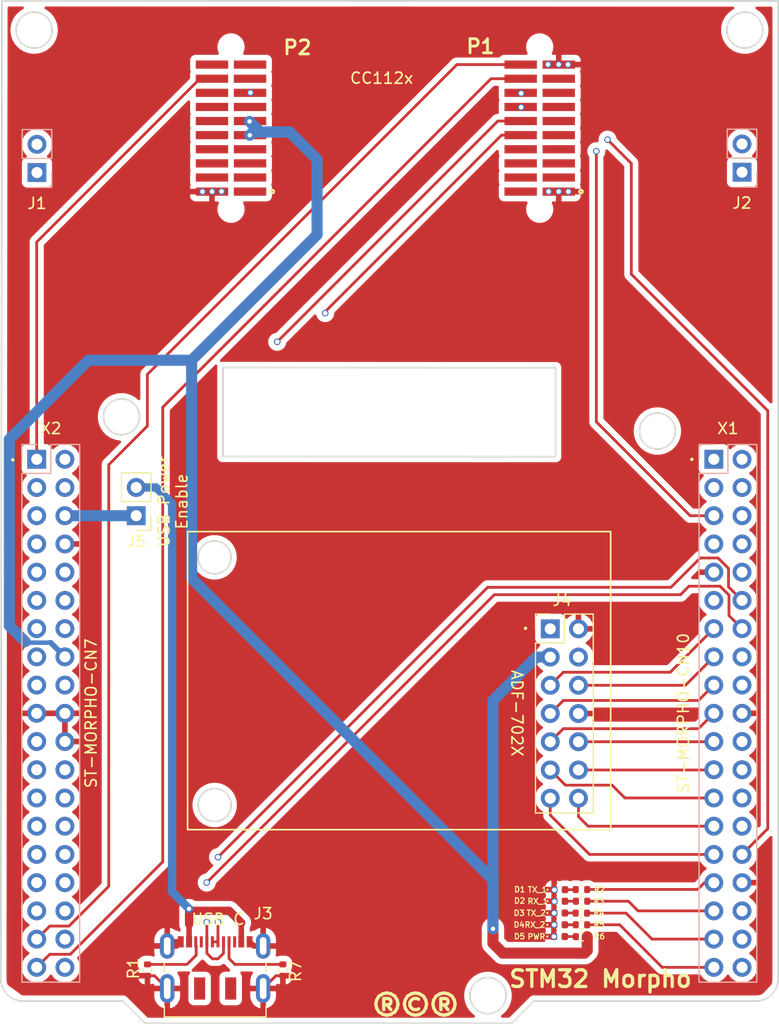
<source format=kicad_pcb>
(kicad_pcb (version 20211014) (generator pcbnew)
  (title_block (comment 4 "PCBWay Project ID: e58b5a26-b35a-4a73-9146-3853336c9c53"))
  (layers (0 "F.Cu" signal) (1 "In1.Cu" signal) (2 "In2.Cu" signal) (31 "B.Cu" signal) (34 "B.Paste" user) (35 "F.Paste" user) (36 "B.SilkS" user "B.Silkscreen") (37 "F.SilkS" user "F.Silkscreen") (38 "B.Mask" user) (39 "F.Mask" user) (44 "Edge.Cuts" user))
  (net 0 "")
  (net 1 "GND")
  (net 2 "Net-(D1-Pad2)")
  (net 3 "Net-(D2-Pad2)")
  (net 4 "Net-(D3-Pad2)")
  (net 5 "Net-(D4-Pad2)")
  (net 6 "Net-(D5-Pad2)")
  (net 11 "XTAL2")
  (net 12 "ADF_SWD")
  (net 13 "ADF_CMD_SCLK")
  (net 14 "ADF_CMD_SREAD")
  (net 15 "ADF_CMD_SDATA")
  (net 16 "ADF_CMD_SLE")
  (net 17 "ADF_MUXOUT")
  (net 18 "ADF_CE")
  (net 19 "NRST")
  (net 20 "ADF_TX_LED")
  (net 21 "ADF_RX_LED")
  (net 22 "TI_TX_LED")
  (net 23 "TI_RX_LED")
  (net 28 "TI_SPI_SCLK")
  (net 31 "ADF_SPI_MISO")
  (net 32 "ADF_SPI_MOSI")
  (net 33 "TI_SPI_CS")
  (net 36 "TI_GPIO_0")
  (net 37 "TI_GPIO_2")
  (net 38 "TI_GPIO_3")
  (net 55 "TI_RESET")
  (net 59 "ADF_SPI_CLK")
  (net 63 "TI_SPI_MISO")
  (net 65 "TI_SPI_MOSI")
  (net 67 "+3V3")
  (net 103 "Net-(J3-PadA4)")
  (net 104 "Net-(J3-PadA5)")
  (net 105 "USB_DP")
  (net 106 "USB_DM")
  (net 108 "Net-(J3-PadB5)")
  (net 110 "5VDC")
  (footprint "LED_SMD:LED_0402_1005Metric" (layer "F.Cu") (at 180.31 113.13)
    (fp_text reference "D4" (at -3.63 0) (layer "F.SilkS") (effects (font (size 0.5 0.5) (thickness 0.1))))
    (fp_text value "RX_2" (at -2.21 0) (layer "F.SilkS") (effects (font (size 0.5 0.5) (thickness 0.1))))
    (fp_circle (center -1.09 0) (end -1.04 0) (layer "F.SilkS") (width 0.1) (fill none))
    (pad "1" smd roundrect (at -0.485 0) (size 0.59 0.64) (layers "F.Cu" "F.Paste" "F.Mask") (net 1 "GND"))
    (pad "2" smd roundrect (at 0.485 0) (size 0.59 0.64) (layers "F.Cu" "F.Paste" "F.Mask") (net 5 "Net-(D4-Pad2)"))
  )
  (footprint "Resistor_SMD:R_0402_1005Metric" (layer "F.Cu") (at 182.29 109.96 180)
    (fp_text reference "R2" (at -1.63 0.01) (layer "F.SilkS") (effects (font (size 0.5 0.5) (thickness 0.1))))
    (fp_text value "22")
    (fp_line (start -0.153641 0.38) (end 0.153641 0.38) (layer "F.SilkS") (width 0.12))
    (fp_line (start -0.153641 -0.38) (end 0.153641 -0.38) (layer "F.SilkS") (width 0.12))
    (pad "1" smd roundrect (at -0.51 0 180) (size 0.54 0.64) (layers "F.Cu" "F.Paste" "F.Mask") (net 20 "ADF_TX_LED"))
    (pad "2" smd roundrect (at 0.51 0 180) (size 0.54 0.64) (layers "F.Cu" "F.Paste" "F.Mask") (net 2 "Net-(D1-Pad2)"))
  )
  (footprint "Connector_USB:USB_C_Receptacle_JAE_DX07S016JA1R1500" (layer "F.Cu") (at 149.304 117.714)
    (fp_text reference "J3" (at 4.318 -5.588) (layer "F.SilkS"))
    (fp_text value "USB_C_Receptacle_USB2.0")
    (fp_line (start 4.58 -1.215) (end 4.58 -0.36) (layer "F.SilkS") (width 0.12))
    (fp_line (start 4.58 2.76) (end 4.58 3.71) (layer "F.SilkS") (width 0.12))
    (fp_line (start -4.58 3.71) (end 4.58 3.71) (layer "F.SilkS") (width 0.12))
    (fp_line (start -4.58 -1.215) (end -4.58 -0.36) (layer "F.SilkS") (width 0.12))
    (fp_line (start -4.58 2.76) (end -4.58 3.71) (layer "F.SilkS") (width 0.12))
    (pad "" smd rect (at 1.4 1.15) (size 1 2) (layers "F.Cu" "F.Paste" "F.Mask"))
    (pad "" np_thru_hole circle (at -3 -1.95) (size 0.6 0.6) (drill 0.6) (layers F&B.Cu *.Mask))
    (pad "" np_thru_hole oval (at 3 -1.95) (size 0.85 0.6) (drill oval 0.85 0.6) (layers F&B.Cu *.Mask))
    (pad "" smd rect (at -1.4 1.15) (size 1 2) (layers "F.Cu" "F.Paste" "F.Mask"))
    (pad "A1" smd rect (at -3.1 -3.05) (size 0.52 1) (layers "F.Cu" "F.Paste" "F.Mask") (net 1 "GND"))
    (pad "A4" smd rect (at -2.35 -3.05) (size 0.52 1) (layers "F.Cu" "F.Paste" "F.Mask") (net 103 "Net-(J3-PadA4)"))
    (pad "A5" smd rect (at -1.75 -3.05) (size 0.27 1) (layers "F.Cu" "F.Paste" "F.Mask") (net 104 "Net-(J3-PadA5)"))
    (pad "A6" smd rect (at -0.25 -3.05) (size 0.27 1) (layers "F.Cu" "F.Paste" "F.Mask") (net 105 "USB_DP"))
    (pad "A7" smd rect (at 0.75 -3.05) (size 0.27 1) (layers "F.Cu" "F.Paste" "F.Mask") (net 106 "USB_DM"))
    (pad "A8" smd rect (at 1.75 -3.05) (size 0.27 1) (layers "F.Cu" "F.Paste" "F.Mask"))
    (pad "A9" smd rect (at 2.35 -3.05) (size 0.52 1) (layers "F.Cu" "F.Paste" "F.Mask") (net 103 "Net-(J3-PadA4)"))
    (pad "A12" smd rect (at 3.1 -3.05) (size 0.52 1) (layers "F.Cu" "F.Paste" "F.Mask") (net 1 "GND"))
    (pad "B1" smd rect (at 3.1 -3.05) (size 0.52 1) (layers "F.Cu" "F.Paste" "F.Mask") (net 1 "GND"))
    (pad "B4" smd rect (at 2.35 -3.05) (size 0.52 1) (layers "F.Cu" "F.Paste" "F.Mask") (net 103 "Net-(J3-PadA4)"))
    (pad "B5" smd rect (at 1.25 -3.05) (size 0.27 1) (layers "F.Cu" "F.Paste" "F.Mask") (net 108 "Net-(J3-PadB5)"))
    (pad "B6" smd rect (at 0.25 -3.05) (size 0.27 1) (layers "F.Cu" "F.Paste" "F.Mask") (net 105 "USB_DP"))
    (pad "B7" smd rect (at -0.75 -3.05) (size 0.27 1) (layers "F.Cu" "F.Paste" "F.Mask") (net 106 "USB_DM"))
    (pad "B8" smd rect (at -1.25 -3.05) (size 0.27 1) (layers "F.Cu" "F.Paste" "F.Mask"))
    (pad "B9" smd rect (at -2.35 -3.05) (size 0.52 1) (layers "F.Cu" "F.Paste" "F.Mask") (net 103 "Net-(J3-PadA4)"))
    (pad "B12" smd rect (at -3.1 -3.05) (size 0.52 1) (layers "F.Cu" "F.Paste" "F.Mask") (net 1 "GND"))
    (pad "S1" thru_hole oval (at -4.32 1.15) (size 1.3 2.6) (drill oval 0.6 1.9) (layers *.Cu *.Mask) (net 1 "GND"))
    (pad "S1" thru_hole oval (at 4.32 1.15) (size 1.3 2.6) (drill oval 0.6 1.9) (layers *.Cu *.Mask) (net 1 "GND"))
    (pad "S1" thru_hole oval (at -4.32 -2.675) (size 1.3 2.3) (drill oval 0.6 1.6) (layers *.Cu *.Mask) (net 1 "GND"))
    (pad "S1" thru_hole oval (at 4.32 -2.675) (size 1.3 2.3) (drill oval 0.6 1.6) (layers *.Cu *.Mask) (net 1 "GND"))
  )
  (footprint "SamacSys_Parts:TFM-110-02-XXX-D-A-Y-TR" (layer "F.Cu") (at 150.73 41.44 90)
    (fp_text reference "P2" (at 7.25 5.98 180) (layer "F.SilkS") (effects (font (size 1.27 1.27) (thickness 0.254))))
    (fp_text value "TFM-110-02-SM-D-A-K-TR" hide)
    (fp_circle (center -5.715 3.715) (end -5.715 3.765) (layer "F.SilkS") (width 0.2) (fill none))
    (pad "" np_thru_hole circle locked (at 7.305 0 90) (size 1.42 1.42) (drill 1.42) (layers *.Cu *.Mask))
    (pad "" np_thru_hole circle locked (at -7.305 0 90) (size 1.42 1.42) (drill 1.42) (layers *.Cu *.Mask))
    (pad "1" smd rect locked (at -5.715 1.715 90) (size 0.74 2.92) (layers "F.Cu" "F.Paste" "F.Mask"))
    (pad "2" smd rect locked (at -5.715 -1.715 90) (size 0.74 2.92) (layers "F.Cu" "F.Paste" "F.Mask") (net 1 "GND"))
    (pad "3" smd rect locked (at -4.445 1.715 90) (size 0.74 2.92) (layers "F.Cu" "F.Paste" "F.Mask"))
    (pad "4" smd rect locked (at -4.445 -1.715 90) (size 0.74 2.92) (layers "F.Cu" "F.Paste" "F.Mask"))
    (pad "5" smd rect locked (at -3.175 1.715 90) (size 0.74 2.92) (layers "F.Cu" "F.Paste" "F.Mask"))
    (pad "6" smd rect locked (at -3.175 -1.715 90) (size 0.74 2.92) (layers "F.Cu" "F.Paste" "F.Mask"))
    (pad "7" smd rect locked (at -1.905 1.715 90) (size 0.74 2.92) (layers "F.Cu" "F.Paste" "F.Mask"))
    (pad "8" smd rect locked (at -1.905 -1.715 90) (size 0.74 2.92) (layers "F.Cu" "F.Paste" "F.Mask"))
    (pad "9" smd rect locked (at -0.635 1.715 90) (size 0.74 2.92) (layers "F.Cu" "F.Paste" "F.Mask") (net 67 "+3V3"))
    (pad "10" smd rect locked (at -0.635 -1.715 90) (size 0.74 2.92) (layers "F.Cu" "F.Paste" "F.Mask"))
    (pad "11" smd rect locked (at 0.635 1.715 90) (size 0.74 2.92) (layers "F.Cu" "F.Paste" "F.Mask") (net 67 "+3V3"))
    (pad "12" smd rect locked (at 0.635 -1.715 90) (size 0.74 2.92) (layers "F.Cu" "F.Paste" "F.Mask"))
    (pad "13" smd rect locked (at 1.905 1.715 90) (size 0.74 2.92) (layers "F.Cu" "F.Paste" "F.Mask"))
    (pad "14" smd rect locked (at 1.905 -1.715 90) (size 0.74 2.92) (layers "F.Cu" "F.Paste" "F.Mask"))
    (pad "15" smd rect locked (at 3.175 1.715 90) (size 0.74 2.92) (layers "F.Cu" "F.Paste" "F.Mask") (net 55 "TI_RESET"))
    (pad "16" smd rect locked (at 3.175 -1.715 90) (size 0.74 2.92) (layers "F.Cu" "F.Paste" "F.Mask"))
    (pad "17" smd rect locked (at 4.445 1.715 90) (size 0.74 2.92) (layers "F.Cu" "F.Paste" "F.Mask"))
    (pad "18" smd rect locked (at 4.445 -1.715 90) (size 0.74 2.92) (layers "F.Cu" "F.Paste" "F.Mask") (net 38 "TI_GPIO_3"))
    (pad "19" smd rect locked (at 5.715 1.715 90) (size 0.74 2.92) (layers "F.Cu" "F.Paste" "F.Mask"))
    (pad "20" smd rect locked (at 5.715 -1.715 90) (size 0.74 2.92) (layers "F.Cu" "F.Paste" "F.Mask"))
  )
  (footprint "Resistor_SMD:R_0402_1005Metric" (layer "F.Cu") (at 155.4 117.206 90)
    (fp_text reference "R7" (at -0.1 1.14 90) (layer "F.SilkS"))
    (fp_text value "5.1k")
    (fp_line (start -0.153641 -0.38) (end 0.153641 -0.38) (layer "F.SilkS") (width 0.12))
    (fp_line (start -0.153641 0.38) (end 0.153641 0.38) (layer "F.SilkS") (width 0.12))
    (pad "1" smd roundrect (at -0.51 0 90) (size 0.54 0.64) (layers "F.Cu" "F.Paste" "F.Mask") (net 1 "GND"))
    (pad "2" smd roundrect (at 0.51 0 90) (size 0.54 0.64) (layers "F.Cu" "F.Paste" "F.Mask") (net 108 "Net-(J3-PadB5)"))
  )
  (footprint "Resistor_SMD:R_0402_1005Metric" (layer "F.Cu") (at 143.208 117.206 90)
    (fp_text reference "R1" (at 0.153641 -1.27 90) (layer "F.SilkS"))
    (fp_text value "5.1k")
    (fp_line (start -0.153641 -0.38) (end 0.153641 -0.38) (layer "F.SilkS") (width 0.12))
    (fp_line (start -0.153641 0.38) (end 0.153641 0.38) (layer "F.SilkS") (width 0.12))
    (pad "1" smd roundrect (at -0.51 0 90) (size 0.54 0.64) (layers "F.Cu" "F.Paste" "F.Mask") (net 1 "GND"))
    (pad "2" smd roundrect (at 0.51 0 90) (size 0.54 0.64) (layers "F.Cu" "F.Paste" "F.Mask") (net 104 "Net-(J3-PadA5)"))
  )
  (footprint "LED_SMD:LED_0402_1005Metric" (layer "F.Cu") (at 180.32 109.97)
    (fp_text reference "D1" (at -3.59 -0.02) (layer "F.SilkS") (effects (font (size 0.5 0.5) (thickness 0.1))))
    (fp_text value "TX_1" (at -2 0) (layer "F.SilkS") (effects (font (size 0.5 0.5) (thickness 0.1))))
    (fp_circle (center -1.09 0) (end -1.04 0) (layer "F.SilkS") (width 0.1) (fill none))
    (pad "1" smd roundrect (at -0.485 0) (size 0.59 0.64) (layers "F.Cu" "F.Paste" "F.Mask") (net 1 "GND"))
    (pad "2" smd roundrect (at 0.485 0) (size 0.59 0.64) (layers "F.Cu" "F.Paste" "F.Mask") (net 2 "Net-(D1-Pad2)"))
  )
  (footprint "Resistor_SMD:R_0402_1005Metric" (layer "F.Cu") (at 182.3 111.01 180)
    (fp_text reference "R3" (at -1.57 0) (layer "F.SilkS") (effects (font (size 0.5 0.5) (thickness 0.1))))
    (fp_text value "22")
    (fp_line (start -0.153641 0.38) (end 0.153641 0.38) (layer "F.SilkS") (width 0.12))
    (fp_line (start -0.153641 -0.38) (end 0.153641 -0.38) (layer "F.SilkS") (width 0.12))
    (pad "1" smd roundrect (at -0.51 0 180) (size 0.54 0.64) (layers "F.Cu" "F.Paste" "F.Mask") (net 21 "ADF_RX_LED"))
    (pad "2" smd roundrect (at 0.51 0 180) (size 0.54 0.64) (layers "F.Cu" "F.Paste" "F.Mask") (net 3 "Net-(D2-Pad2)"))
  )
  (footprint "Resistor_SMD:R_0402_1005Metric" (layer "F.Cu") (at 182.28 112.08 180)
    (fp_text reference "R4" (at -1.58 0) (layer "F.SilkS") (effects (font (size 0.5 0.5) (thickness 0.1))))
    (fp_text value "22")
    (fp_line (start -0.153641 -0.38) (end 0.153641 -0.38) (layer "F.SilkS") (width 0.12))
    (fp_line (start -0.153641 0.38) (end 0.153641 0.38) (layer "F.SilkS") (width 0.12))
    (pad "1" smd roundrect (at -0.51 0 180) (size 0.54 0.64) (layers "F.Cu" "F.Paste" "F.Mask") (net 22 "TI_TX_LED"))
    (pad "2" smd roundrect (at 0.51 0 180) (size 0.54 0.64) (layers "F.Cu" "F.Paste" "F.Mask") (net 4 "Net-(D3-Pad2)"))
  )
  (footprint "LED_SMD:LED_0402_1005Metric" (layer "F.Cu") (at 180.32 111.01)
    (fp_text reference "D2" (at -3.6 -0.04) (layer "F.SilkS") (effects (font (size 0.5 0.5) (thickness 0.1))))
    (fp_text value "RX_1" (at -1.96 0) (layer "F.SilkS") (effects (font (size 0.5 0.5) (thickness 0.1))))
    (fp_circle (center -1.09 0) (end -1.04 0) (layer "F.SilkS") (width 0.1) (fill none))
    (pad "1" smd roundrect (at -0.485 0) (size 0.59 0.64) (layers "F.Cu" "F.Paste" "F.Mask") (net 1 "GND"))
    (pad "2" smd roundrect (at 0.485 0) (size 0.59 0.64) (layers "F.Cu" "F.Paste" "F.Mask") (net 3 "Net-(D2-Pad2)"))
  )
  (footprint "Connector_PinHeader_2.54mm:PinHeader_2x07_P2.54mm_Vertical" (layer "F.Cu") (at 179.48 86.5)
    (fp_text reference "J4" (at 1.066 -2.568) (layer "F.SilkS"))
    (fp_text value "ADF-702x")
    (fp_line (start -1.33 1.27) (end 1.27 1.27) (layer "F.SilkS") (width 0.12))
    (fp_line (start -1.33 1.27) (end -1.33 16.57) (layer "F.SilkS") (width 0.12))
    (fp_line (start -1.33 0) (end -1.33 -1.33) (layer "F.SilkS") (width 0.12))
    (fp_line (start -1.33 -1.33) (end 0 -1.33) (layer "F.SilkS") (width 0.12))
    (fp_line (start 3.87 -1.33) (end 3.87 16.57) (layer "F.SilkS") (width 0.12))
    (fp_line (start 1.27 1.27) (end 1.27 -1.33) (layer "F.SilkS") (width 0.12))
    (fp_line (start 1.27 -1.33) (end 3.87 -1.33) (layer "F.SilkS") (width 0.12))
    (fp_line (start -1.33 16.57) (end 3.87 16.57) (layer "F.SilkS") (width 0.12))
    (pad "1" thru_hole rect (at 0 0) (size 1.7 1.7) (drill 1) (layers *.Cu *.Mask) (net 11 "XTAL2"))
    (pad "2" thru_hole oval (at 2.54 0) (size 1.7 1.7) (drill 1) (layers *.Cu *.Mask) (net 1 "GND"))
    (pad "3" thru_hole oval (at 0 2.54) (size 1.7 1.7) (drill 1) (layers *.Cu *.Mask) (net 67 "+3V3"))
    (pad "4" thru_hole oval (at 2.54 2.54) (size 1.7 1.7) (drill 1) (layers *.Cu *.Mask) (net 59 "ADF_SPI_CLK"))
    (pad "5" thru_hole oval (at 0 5.08) (size 1.7 1.7) (drill 1) (layers *.Cu *.Mask) (net 31 "ADF_SPI_MISO"))
    (pad "6" thru_hole oval (at 2.54 5.08) (size 1.7 1.7) (drill 1) (layers *.Cu *.Mask) (net 32 "ADF_SPI_MOSI"))
    (pad "7" thru_hole oval (at 0 7.62) (size 1.7 1.7) (drill 1) (layers *.Cu *.Mask) (net 12 "ADF_SWD"))
    (pad "8" thru_hole oval (at 2.54 7.62) (size 1.7 1.7) (drill 1) (layers *.Cu *.Mask) (net 1 "GND"))
    (pad "9" thru_hole oval (at 0 10.16) (size 1.7 1.7) (drill 1) (layers *.Cu *.Mask) (net 13 "ADF_CMD_SCLK"))
    (pad "10" thru_hole oval (at 2.54 10.16) (size 1.7 1.7) (drill 1) (layers *.Cu *.Mask) (net 14 "ADF_CMD_SREAD"))
    (pad "11" thru_hole oval (at 0 12.7) (size 1.7 1.7) (drill 1) (layers *.Cu *.Mask) (net 15 "ADF_CMD_SDATA"))
    (pad "12" thru_hole oval (at 2.54 12.7) (size 1.7 1.7) (drill 1) (layers *.Cu *.Mask) (net 16 "ADF_CMD_SLE"))
    (pad "13" thru_hole oval (at 0 15.24) (size 1.7 1.7) (drill 1) (layers *.Cu *.Mask) (net 17 "ADF_MUXOUT"))
    (pad "14" thru_hole oval (at 2.54 15.24) (size 1.7 1.7) (drill 1) (layers *.Cu *.Mask) (net 18 "ADF_CE"))
  )
  (footprint "Resistor_SMD:R_0402_1005Metric" (layer "F.Cu") (at 182.29 113.13 180)
    (fp_text reference "R5" (at -1.59 0.01) (layer "F.SilkS") (effects (font (size 0.5 0.5) (thickness 0.1))))
    (fp_text value "22")
    (fp_line (start -0.153641 -0.38) (end 0.153641 -0.38) (layer "F.SilkS") (width 0.12))
    (fp_line (start -0.153641 0.38) (end 0.153641 0.38) (layer "F.SilkS") (width 0.12))
    (pad "1" smd roundrect (at -0.51 0 180) (size 0.54 0.64) (layers "F.Cu" "F.Paste" "F.Mask") (net 23 "TI_RX_LED"))
    (pad "2" smd roundrect (at 0.51 0 180) (size 0.54 0.64) (layers "F.Cu" "F.Paste" "F.Mask") (net 5 "Net-(D4-Pad2)"))
  )
  (footprint "LED_SMD:LED_0402_1005Metric" (layer "F.Cu") (at 180.3 114.19)
    (fp_text reference "D5" (at -3.59 -0.01) (layer "F.SilkS") (effects (font (size 0.5 0.5) (thickness 0.1))))
    (fp_text value "PWR" (at -2.07 0.01) (layer "F.SilkS") (effects (font (size 0.5 0.5) (thickness 0.1))))
    (fp_circle (center -1.09 0) (end -1.04 0) (layer "F.SilkS") (width 0.1) (fill none))
    (pad "1" smd roundrect (at -0.485 0) (size 0.59 0.64) (layers "F.Cu" "F.Paste" "F.Mask") (net 1 "GND"))
    (pad "2" smd roundrect (at 0.485 0) (size 0.59 0.64) (layers "F.Cu" "F.Paste" "F.Mask") (net 6 "Net-(D5-Pad2)"))
  )
  (footprint "Connector_PinHeader_2.54mm:PinHeader_1x02_P2.54mm_Vertical" (layer "F.Cu") (at 142.192 76.317 180)
    (fp_text reference "J5" (at 0 -2.33) (layer "F.SilkS"))
    (fp_text value "USB Power")
    (fp_line (start -1.33 1.27) (end -1.33 3.87) (layer "F.SilkS") (width 0.12))
    (fp_line (start -1.33 0) (end -1.33 -1.33) (layer "F.SilkS") (width 0.12))
    (fp_line (start -1.33 1.27) (end 1.33 1.27) (layer "F.SilkS") (width 0.12))
    (fp_line (start -1.33 3.87) (end 1.33 3.87) (layer "F.SilkS") (width 0.12))
    (fp_line (start 1.33 1.27) (end 1.33 3.87) (layer "F.SilkS") (width 0.12))
    (fp_line (start -1.33 -1.33) (end 0 -1.33) (layer "F.SilkS") (width 0.12))
    (pad "1" thru_hole rect (at 0 0 180) (size 1.7 1.7) (drill 1) (layers *.Cu *.Mask) (net 110 "5VDC"))
    (pad "2" thru_hole oval (at 0 2.54 180) (size 1.7 1.7) (drill 1) (layers *.Cu *.Mask) (net 103 "Net-(J3-PadA4)"))
  )
  (footprint "Resistor_SMD:R_0402_1005Metric" (layer "F.Cu") (at 182.3 114.2 180)
    (fp_text reference "R6" (at -1.61 0.02) (layer "F.SilkS") (effects (font (size 0.5 0.5) (thickness 0.1))))
    (fp_text value "22")
    (fp_line (start -0.153641 -0.38) (end 0.153641 -0.38) (layer "F.SilkS") (width 0.12))
    (fp_line (start -0.153641 0.38) (end 0.153641 0.38) (layer "F.SilkS") (width 0.12))
    (pad "1" smd roundrect (at -0.51 0 180) (size 0.54 0.64) (layers "F.Cu" "F.Paste" "F.Mask") (net 67 "+3V3"))
    (pad "2" smd roundrect (at 0.51 0 180) (size 0.54 0.64) (layers "F.Cu" "F.Paste" "F.Mask") (net 6 "Net-(D5-Pad2)"))
  )
  (footprint "LED_SMD:LED_0402_1005Metric" (layer "F.Cu") (at 180.31 112.07)
    (fp_text reference "D3" (at -3.63 0) (layer "F.SilkS") (effects (font (size 0.5 0.5) (thickness 0.1))))
    (fp_text value "TX_2" (at -2.1 0) (layer "F.SilkS") (effects (font (size 0.5 0.5) (thickness 0.1))))
    (fp_circle (center -1.09 0) (end -1.04 0) (layer "F.SilkS") (width 0.1) (fill none))
    (pad "1" smd roundrect (at -0.485 0) (size 0.59 0.64) (layers "F.Cu" "F.Paste" "F.Mask") (net 1 "GND"))
    (pad "2" smd roundrect (at 0.485 0) (size 0.59 0.64) (layers "F.Cu" "F.Paste" "F.Mask") (net 4 "Net-(D3-Pad2)"))
  )
  (footprint "SamacSys_Parts:TFM-110-02-XXX-D-A-Y-TR" (layer "F.Cu") (at 178.53 41.44 90)
    (fp_text reference "P1" (at 7.35 -5.34 180) (layer "F.SilkS") (effects (font (size 1.27 1.27) (thickness 0.254))))
    (fp_text value "TFM-110-02-SM-D-A-K-TR" hide)
    (fp_circle (center -5.715 3.715) (end -5.715 3.765) (layer "F.SilkS") (width 0.2) (fill none))
    (pad "" np_thru_hole circle locked (at -7.305 0 90) (size 1.42 1.42) (drill 1.42) (layers *.Cu *.Mask))
    (pad "" np_thru_hole circle locked (at 7.305 0 90) (size 1.42 1.42) (drill 1.42) (layers *.Cu *.Mask))
    (pad "1" smd rect locked (at -5.715 1.715 90) (size 0.74 2.92) (layers "F.Cu" "F.Paste" "F.Mask") (net 1 "GND"))
    (pad "2" smd rect locked (at -5.715 -1.715 90) (size 0.74 2.92) (layers "F.Cu" "F.Paste" "F.Mask"))
    (pad "3" smd rect locked (at -4.445 1.715 90) (size 0.74 2.92) (layers "F.Cu" "F.Paste" "F.Mask"))
    (pad "4" smd rect locked (at -4.445 -1.715 90) (size 0.74 2.92) (layers "F.Cu" "F.Paste" "F.Mask"))
    (pad "5" smd rect locked (at -3.175 1.715 90) (size 0.74 2.92) (layers "F.Cu" "F.Paste" "F.Mask"))
    (pad "6" smd rect locked (at -3.175 -1.715 90) (size 0.74 2.92) (layers "F.Cu" "F.Paste" "F.Mask"))
    (pad "7" smd rect locked (at -1.905 1.715 90) (size 0.74 2.92) (layers "F.Cu" "F.Paste" "F.Mask"))
    (pad "8" smd rect locked (at -1.905 -1.715 90) (size 0.74 2.92) (layers "F.Cu" "F.Paste" "F.Mask"))
    (pad "9" smd rect locked (at -0.635 1.715 90) (size 0.74 2.92) (layers "F.Cu" "F.Paste" "F.Mask"))
    (pad "10" smd rect locked (at -0.635 -1.715 90) (size 0.74 2.92) (layers "F.Cu" "F.Paste" "F.Mask") (net 36 "TI_GPIO_0"))
    (pad "11" smd rect locked (at 0.635 1.715 90) (size 0.74 2.92) (layers "F.Cu" "F.Paste" "F.Mask"))
    (pad "12" smd rect locked (at 0.635 -1.715 90) (size 0.74 2.92) (layers "F.Cu" "F.Paste" "F.Mask") (net 37 "TI_GPIO_2"))
    (pad "13" smd rect locked (at 1.905 1.715 90) (size 0.74 2.92) (layers "F.Cu" "F.Paste" "F.Mask"))
    (pad "14" smd rect locked (at 1.905 -1.715 90) (size 0.74 2.92) (layers "F.Cu" "F.Paste" "F.Mask") (net 33 "TI_SPI_CS"))
    (pad "15" smd rect locked (at 3.175 1.715 90) (size 0.74 2.92) (layers "F.Cu" "F.Paste" "F.Mask"))
    (pad "16" smd rect locked (at 3.175 -1.715 90) (size 0.74 2.92) (layers "F.Cu" "F.Paste" "F.Mask") (net 28 "TI_SPI_SCLK"))
    (pad "17" smd rect locked (at 4.445 1.715 90) (size 0.74 2.92) (layers "F.Cu" "F.Paste" "F.Mask"))
    (pad "18" smd rect locked (at 4.445 -1.715 90) (size 0.74 2.92) (layers "F.Cu" "F.Paste" "F.Mask") (net 65 "TI_SPI_MOSI"))
    (pad "19" smd rect locked (at 5.715 1.715 90) (size 0.74 2.92) (layers "F.Cu" "F.Paste" "F.Mask") (net 1 "GND"))
    (pad "20" smd rect locked (at 5.715 -1.715 90) (size 0.74 2.92) (layers "F.Cu" "F.Paste" "F.Mask") (net 63 "TI_SPI_MISO"))
  )
  (footprint "Connector_PinSocket_2.54mm:PinSocket_2x19_P2.54mm_Vertical" (layer "B.Cu") (at 133.23 71.24 180)
    (fp_text reference "X2" (at -1.27 2.77) (layer "F.SilkS"))
    (fp_text value "ST-MORPHO-CN7")
    (fp_line (start -3.87 1.33) (end -3.87 -47.05) (layer "B.SilkS") (width 0.12))
    (fp_line (start -1.27 -1.27) (end 1.33 -1.27) (layer "B.SilkS") (width 0.12))
    (fp_line (start 1.33 -1.27) (end 1.33 -47.05) (layer "B.SilkS") (width 0.12))
    (fp_line (start -3.87 1.33) (end -1.27 1.33) (layer "B.SilkS") (width 0.12))
    (fp_line (start 0 1.33) (end 1.33 1.33) (layer "B.SilkS") (width 0.12))
    (fp_line (start -1.27 1.33) (end -1.27 -1.27) (layer "B.SilkS") (width 0.12))
    (fp_line (start 1.33 1.33) (end 1.33 0) (layer "B.SilkS") (width 0.12))
    (fp_line (start -3.87 -47.05) (end 1.33 -47.05) (layer "B.SilkS") (width 0.12))
    (pad "1" thru_hole rect locked (at 0 0 180) (size 1.7 1.7) (drill 1) (layers *.Cu *.Mask) (net 38 "TI_GPIO_3"))
    (pad "2" thru_hole oval locked (at -2.54 0 180) (size 1.7 1.7) (drill 1) (layers *.Cu *.Mask) (net 36 "TI_GPIO_0"))
    (pad "3" thru_hole oval locked (at 0 -2.54 180) (size 1.7 1.7) (drill 1) (layers *.Cu *.Mask) (net 55 "TI_RESET"))
    (pad "4" thru_hole oval locked (at -2.54 -2.54 180) (size 1.7 1.7) (drill 1) (layers *.Cu *.Mask) (net 37 "TI_GPIO_2"))
    (pad "5" thru_hole oval locked (at 0 -5.08 180) (size 1.7 1.7) (drill 1) (layers *.Cu *.Mask))
    (pad "6" thru_hole oval locked (at -2.54 -5.08 180) (size 1.7 1.7) (drill 1) (layers *.Cu *.Mask) (net 110 "5VDC"))
    (pad "7" thru_hole oval locked (at 0 -7.62 180) (size 1.7 1.7) (drill 1) (layers *.Cu *.Mask))
    (pad "8" thru_hole oval locked (at -2.54 -7.62 180) (size 1.7 1.7) (drill 1) (layers *.Cu *.Mask) (net 1 "GND"))
    (pad "9" thru_hole oval locked (at 0 -10.16 180) (size 1.7 1.7) (drill 1) (layers *.Cu *.Mask))
    (pad "10" thru_hole oval locked (at -2.54 -10.16 180) (size 1.7 1.7) (drill 1) (layers *.Cu *.Mask))
    (pad "11" thru_hole oval locked (at 0 -12.7 180) (size 1.7 1.7) (drill 1) (layers *.Cu *.Mask))
    (pad "12" thru_hole oval locked (at -2.54 -12.7 180) (size 1.7 1.7) (drill 1) (layers *.Cu *.Mask))
    (pad "13" thru_hole oval locked (at 0 -15.24 180) (size 1.7 1.7) (drill 1) (layers *.Cu *.Mask))
    (pad "14" thru_hole oval locked (at -2.54 -15.24 180) (size 1.7 1.7) (drill 1) (layers *.Cu *.Mask) (net 19 "NRST"))
    (pad "15" thru_hole oval locked (at 0 -17.78 180) (size 1.7 1.7) (drill 1) (layers *.Cu *.Mask))
    (pad "16" thru_hole oval locked (at -2.54 -17.78 180) (size 1.7 1.7) (drill 1) (layers *.Cu *.Mask) (net 67 "+3V3"))
    (pad "17" thru_hole oval locked (at 0 -20.32 180) (size 1.7 1.7) (drill 1) (layers *.Cu *.Mask))
    (pad "18" thru_hole oval locked (at -2.54 -20.32 180) (size 1.7 1.7) (drill 1) (layers *.Cu *.Mask))
    (pad "19" thru_hole oval locked (at 0 -22.86 180) (size 1.7 1.7) (drill 1) (layers *.Cu *.Mask) (net 1 "GND"))
    (pad "20" thru_hole oval locked (at -2.54 -22.86 180) (size 1.7 1.7) (drill 1) (layers *.Cu *.Mask) (net 1 "GND"))
    (pad "21" thru_hole oval locked (at 0 -25.4 180) (size 1.7 1.7) (drill 1) (layers *.Cu *.Mask))
    (pad "22" thru_hole oval locked (at -2.54 -25.4 180) (size 1.7 1.7) (drill 1) (layers *.Cu *.Mask) (net 1 "GND"))
    (pad "23" thru_hole oval locked (at 0 -27.94 180) (size 1.7 1.7) (drill 1) (layers *.Cu *.Mask))
    (pad "24" thru_hole oval locked (at -2.54 -27.94 180) (size 1.7 1.7) (drill 1) (layers *.Cu *.Mask))
    (pad "25" thru_hole oval locked (at 0 -30.48 180) (size 1.7 1.7) (drill 1) (layers *.Cu *.Mask))
    (pad "26" thru_hole oval locked (at -2.54 -30.48 180) (size 1.7 1.7) (drill 1) (layers *.Cu *.Mask))
    (pad "27" thru_hole oval locked (at 0 -33.02 180) (size 1.7 1.7) (drill 1) (layers *.Cu *.Mask))
    (pad "28" thru_hole oval locked (at -2.54 -33.02 180) (size 1.7 1.7) (drill 1) (layers *.Cu *.Mask))
    (pad "29" thru_hole oval locked (at 0 -35.56 180) (size 1.7 1.7) (drill 1) (layers *.Cu *.Mask))
    (pad "30" thru_hole oval locked (at -2.54 -35.56 180) (size 1.7 1.7) (drill 1) (layers *.Cu *.Mask))
    (pad "31" thru_hole oval locked (at 0 -38.1 180) (size 1.7 1.7) (drill 1) (layers *.Cu *.Mask))
    (pad "32" thru_hole oval locked (at -2.54 -38.1 180) (size 1.7 1.7) (drill 1) (layers *.Cu *.Mask))
    (pad "33" thru_hole oval locked (at 0 -40.64 180) (size 1.7 1.7) (drill 1) (layers *.Cu *.Mask))
    (pad "34" thru_hole oval locked (at -2.54 -40.64 180) (size 1.7 1.7) (drill 1) (layers *.Cu *.Mask))
    (pad "35" thru_hole oval locked (at 0 -43.18 180) (size 1.7 1.7) (drill 1) (layers *.Cu *.Mask) (net 63 "TI_SPI_MISO"))
    (pad "36" thru_hole oval locked (at -2.54 -43.18 180) (size 1.7 1.7) (drill 1) (layers *.Cu *.Mask))
    (pad "37" thru_hole oval locked (at 0 -45.72 180) (size 1.7 1.7) (drill 1) (layers *.Cu *.Mask) (net 65 "TI_SPI_MOSI"))
    (pad "38" thru_hole oval locked (at -2.54 -45.72 180) (size 1.7 1.7) (drill 1) (layers *.Cu *.Mask))
  )
  (footprint "Connector_PinSocket_2.54mm:PinSocket_2x19_P2.54mm_Vertical" (layer "B.Cu") (at 194.21 71.24 180)
    (fp_text reference "X1" (at -1.27 2.77) (layer "F.SilkS"))
    (fp_text value "ST-MORPHO-CN10")
    (fp_line (start 1.33 1.33) (end 1.33 0) (layer "B.SilkS") (width 0.12))
    (fp_line (start -3.87 1.33) (end -1.27 1.33) (layer "B.SilkS") (width 0.12))
    (fp_line (start -1.27 1.33) (end -1.27 -1.27) (layer "B.SilkS") (width 0.12))
    (fp_line (start -3.87 1.33) (end -3.87 -47.05) (layer "B.SilkS") (width 0.12))
    (fp_line (start -1.27 -1.27) (end 1.33 -1.27) (layer "B.SilkS") (width 0.12))
    (fp_line (start 0 1.33) (end 1.33 1.33) (layer "B.SilkS") (width 0.12))
    (fp_line (start -3.87 -47.05) (end 1.33 -47.05) (layer "B.SilkS") (width 0.12))
    (fp_line (start 1.33 -1.27) (end 1.33 -47.05) (layer "B.SilkS") (width 0.12))
    (pad "1" thru_hole rect locked (at 0 0 180) (size 1.7 1.7) (drill 1) (layers *.Cu *.Mask))
    (pad "2" thru_hole oval locked (at -2.54 0 180) (size 1.7 1.7) (drill 1) (layers *.Cu *.Mask))
    (pad "3" thru_hole oval locked (at 0 -2.54 180) (size 1.7 1.7) (drill 1) (layers *.Cu *.Mask) (net 59 "ADF_SPI_CLK"))
    (pad "4" thru_hole oval locked (at -2.54 -2.54 180) (size 1.7 1.7) (drill 1) (layers *.Cu *.Mask))
    (pad "5" thru_hole oval locked (at 0 -5.08 180) (size 1.7 1.7) (drill 1) (layers *.Cu *.Mask) (net 33 "TI_SPI_CS"))
    (pad "6" thru_hole oval locked (at -2.54 -5.08 180) (size 1.7 1.7) (drill 1) (layers *.Cu *.Mask))
    (pad "7" thru_hole oval locked (at 0 -7.62 180) (size 1.7 1.7) (drill 1) (layers *.Cu *.Mask))
    (pad "8" thru_hole oval locked (at -2.54 -7.62 180) (size 1.7 1.7) (drill 1) (layers *.Cu *.Mask))
    (pad "9" thru_hole oval locked (at 0 -10.16 180) (size 1.7 1.7) (drill 1) (layers *.Cu *.Mask) (net 1 "GND"))
    (pad "10" thru_hole oval locked (at -2.54 -10.16 180) (size 1.7 1.7) (drill 1) (layers *.Cu *.Mask))
    (pad "11" thru_hole oval locked (at 0 -12.7 180) (size 1.7 1.7) (drill 1) (layers *.Cu *.Mask))
    (pad "12" thru_hole oval locked (at -2.54 -12.7 180) (size 1.7 1.7) (drill 1) (layers *.Cu *.Mask) (net 105 "USB_DP"))
    (pad "13" thru_hole oval locked (at 0 -15.24 180) (size 1.7 1.7) (drill 1) (layers *.Cu *.Mask) (net 31 "ADF_SPI_MISO"))
    (pad "14" thru_hole oval locked (at -2.54 -15.24 180) (size 1.7 1.7) (drill 1) (layers *.Cu *.Mask) (net 106 "USB_DM"))
    (pad "15" thru_hole oval locked (at 0 -17.78 180) (size 1.7 1.7) (drill 1) (layers *.Cu *.Mask) (net 32 "ADF_SPI_MOSI"))
    (pad "16" thru_hole oval locked (at -2.54 -17.78 180) (size 1.7 1.7) (drill 1) (layers *.Cu *.Mask))
    (pad "17" thru_hole oval locked (at 0 -20.32 180) (size 1.7 1.7) (drill 1) (layers *.Cu *.Mask) (net 12 "ADF_SWD"))
    (pad "18" thru_hole oval locked (at -2.54 -20.32 180) (size 1.7 1.7) (drill 1) (layers *.Cu *.Mask))
    (pad "19" thru_hole oval locked (at 0 -22.86 180) (size 1.7 1.7) (drill 1) (layers *.Cu *.Mask) (net 13 "ADF_CMD_SCLK"))
    (pad "20" thru_hole oval locked (at -2.54 -22.86 180) (size 1.7 1.7) (drill 1) (layers *.Cu *.Mask) (net 1 "GND"))
    (pad "21" thru_hole oval locked (at 0 -25.4 180) (size 1.7 1.7) (drill 1) (layers *.Cu *.Mask) (net 14 "ADF_CMD_SREAD"))
    (pad "22" thru_hole oval locked (at -2.54 -25.4 180) (size 1.7 1.7) (drill 1) (layers *.Cu *.Mask))
    (pad "23" thru_hole oval locked (at 0 -27.94 180) (size 1.7 1.7) (drill 1) (layers *.Cu *.Mask) (net 16 "ADF_CMD_SLE"))
    (pad "24" thru_hole oval locked (at -2.54 -27.94 180) (size 1.7 1.7) (drill 1) (layers *.Cu *.Mask))
    (pad "25" thru_hole oval locked (at 0 -30.48 180) (size 1.7 1.7) (drill 1) (layers *.Cu *.Mask) (net 15 "ADF_CMD_SDATA"))
    (pad "26" thru_hole oval locked (at -2.54 -30.48 180) (size 1.7 1.7) (drill 1) (layers *.Cu *.Mask))
    (pad "27" thru_hole oval locked (at 0 -33.02 180) (size 1.7 1.7) (drill 1) (layers *.Cu *.Mask) (net 18 "ADF_CE"))
    (pad "28" thru_hole oval locked (at -2.54 -33.02 180) (size 1.7 1.7) (drill 1) (layers *.Cu *.Mask))
    (pad "29" thru_hole oval locked (at 0 -35.56 180) (size 1.7 1.7) (drill 1) (layers *.Cu *.Mask) (net 17 "ADF_MUXOUT"))
    (pad "30" thru_hole oval locked (at -2.54 -35.56 180) (size 1.7 1.7) (drill 1) (layers *.Cu *.Mask) (net 28 "TI_SPI_SCLK"))
    (pad "31" thru_hole oval locked (at 0 -38.1 180) (size 1.7 1.7) (drill 1) (layers *.Cu *.Mask) (net 20 "ADF_TX_LED"))
    (pad "32" thru_hole oval locked (at -2.54 -38.1 180) (size 1.7 1.7) (drill 1) (layers *.Cu *.Mask) (net 1 "GND"))
    (pad "33" thru_hole oval locked (at 0 -40.64 180) (size 1.7 1.7) (drill 1) (layers *.Cu *.Mask) (net 21 "ADF_RX_LED"))
    (pad "34" thru_hole oval locked (at -2.54 -40.64 180) (size 1.7 1.7) (drill 1) (layers *.Cu *.Mask))
    (pad "35" thru_hole oval locked (at 0 -43.18 180) (size 1.7 1.7) (drill 1) (layers *.Cu *.Mask) (net 22 "TI_TX_LED"))
    (pad "36" thru_hole oval locked (at -2.54 -43.18 180) (size 1.7 1.7) (drill 1) (layers *.Cu *.Mask))
    (pad "37" thru_hole oval locked (at 0 -45.72 180) (size 1.7 1.7) (drill 1) (layers *.Cu *.Mask) (net 23 "TI_RX_LED"))
    (pad "38" thru_hole oval locked (at -2.54 -45.72 180) (size 1.7 1.7) (drill 1) (layers *.Cu *.Mask))
  )
  (footprint "Connector_PinSocket_2.54mm:PinSocket_1x02_P2.54mm_Vertical" (layer "B.Cu") (at 196.75 45.41)
    (fp_text reference "J2" (at 0 2.77) (layer "F.SilkS"))
    (fp_text value "CONN_02" hide)
    (fp_line (start 0 1.33) (end 1.33 1.33) (layer "B.SilkS") (width 0.12))
    (fp_line (start 1.33 1.33) (end 1.33 0) (layer "B.SilkS") (width 0.12))
    (fp_line (start 1.33 -1.27) (end 1.33 -3.87) (layer "B.SilkS") (width 0.12))
    (fp_line (start -1.33 -3.87) (end 1.33 -3.87) (layer "B.SilkS") (width 0.12))
    (fp_line (start -1.33 -1.27) (end 1.33 -1.27) (layer "B.SilkS") (width 0.12))
    (fp_line (start -1.33 -1.27) (end -1.33 -3.87) (layer "B.SilkS") (width 0.12))
    (pad "1" thru_hole rect locked (at 0 0) (size 1.7 1.7) (drill 1) (layers *.Cu *.Mask))
    (pad "2" thru_hole oval locked (at 0 -2.54) (size 1.7 1.7) (drill 1) (layers *.Cu *.Mask))
  )
  (footprint "Connector_PinSocket_2.54mm:PinSocket_1x02_P2.54mm_Vertical" (layer "B.Cu") (at 133.255 45.44)
    (fp_text reference "J1" (at 0 2.77) (layer "F.SilkS"))
    (fp_text value "CONN_02" hide)
    (fp_line (start -1.33 -1.27) (end -1.33 -3.87) (layer "B.SilkS") (width 0.12))
    (fp_line (start -1.33 -1.27) (end 1.33 -1.27) (layer "B.SilkS") (width 0.12))
    (fp_line (start 1.33 1.33) (end 1.33 0) (layer "B.SilkS") (width 0.12))
    (fp_line (start 0 1.33) (end 1.33 1.33) (layer "B.SilkS") (width 0.12))
    (fp_line (start -1.33 -3.87) (end 1.33 -3.87) (layer "B.SilkS") (width 0.12))
    (fp_line (start 1.33 -1.27) (end 1.33 -3.87) (layer "B.SilkS") (width 0.12))
    (pad "1" thru_hole rect locked (at 0 0) (size 1.7 1.7) (drill 1) (layers *.Cu *.Mask))
    (pad "2" thru_hole oval locked (at 0 -2.54) (size 1.7 1.7) (drill 1) (layers *.Cu *.Mask))
  )
  (gr_circle (center 192.23 71.25) (end 192.23 71.17) (layer "F.SilkS") (width 0.15) (fill none))
  (gr_circle (center 131.08 71.29) (end 131.08 71.21) (layer "F.SilkS") (width 0.15) (fill none))
  (gr_rect (start 184.92 104.57) (end 146.82 77.75) (layer "F.SilkS") (width 0.15) (fill none))
  (gr_circle (center 177.25 86.45) (end 177.25 86.37) (layer "F.SilkS") (width 0.15) (fill none))
  (gr_circle locked (center 133 32.62) (end 134.62 32.62) (layer "Edge.Cuts") (width 0.15) (fill none))
  (gr_line (start 143 122) (end 176 122) (layer "Edge.Cuts") (width 0.15))
  (gr_line (start 200 118) (end 200 30) (layer "Edge.Cuts") (width 0.15))
  (gr_line (start 141 120) (end 143 122) (layer "Edge.Cuts") (width 0.15))
  (gr_circle locked (center 197 32.62) (end 198.62 32.62) (layer "Edge.Cuts") (width 0.15) (fill none))
  (gr_line (start 179.96 63) (end 150 62.98) (layer "Edge.Cuts") (width 0.15))
  (gr_circle locked (center 140.87 67.42) (end 142.49 67.42) (layer "Edge.Cuts") (width 0.15) (fill none))
  (gr_line (start 150 62.98) (end 150 70.99) (layer "Edge.Cuts") (width 0.15))
  (gr_circle (center 173.87 119.5) (end 175.5 119.5) (layer "Edge.Cuts") (width 0.15) (fill none))
  (gr_arc (start 200 118) (mid 199.414214 119.414214) (end 198 120) (layer "Edge.Cuts") (width 0.15))
  (gr_line (start 179.96 71) (end 150 70.99) (layer "Edge.Cuts") (width 0.15))
  (gr_line (start 176 122) (end 178 120) (layer "Edge.Cuts") (width 0.15))
  (gr_line (start 178 120) (end 198 120) (layer "Edge.Cuts") (width 0.15))
  (gr_circle (center 149.246775 80.066775) (end 147.76 80.066775) (layer "Edge.Cuts") (width 0.15) (fill none))
  (gr_circle locked (center 189.13 68.7) (end 190.75 68.7) (layer "Edge.Cuts") (width 0.15) (fill none))
  (gr_arc (start 132 120) (mid 130.585786 119.414214) (end 130 118) (layer "Edge.Cuts") (width 0.15))
  (gr_line (start 179.96 63) (end 179.96 71) (layer "Edge.Cuts") (width 0.15))
  (gr_line (start 132 120) (end 141 120) (layer "Edge.Cuts") (width 0.15))
  (gr_line (start 130.1 29.987107) (end 200 30) (layer "Edge.Cuts") (width 0.15))
  (gr_circle (center 149.256775 102.353225) (end 147.77 102.353225) (layer "Edge.Cuts") (width 0.15) (fill none))
  (gr_line (start 130 118) (end 130.1 29.987107) (layer "Edge.Cuts") (width 0.15))
  (gr_text "USB C" (at 149.558 112.634) (layer "F.SilkS") (effects (font (size 1 1))))
  (gr_text "ADF-702X" (at 176.482 94.092 270) (layer "F.SilkS") (effects (font (size 1 1))))
  (gr_text "®©®" (at 167.34 120.3) (layer "F.SilkS") (effects (font (size 1.5 1.5) (thickness 0.3))))
  (gr_text "ST-MORPHO-CN7" (at 138.128 94.092 90) (layer "F.SilkS") (effects (font (size 1 1))))
  (gr_text "CC112x" (at 164.29 36.942) (layer "F.SilkS") (effects (font (size 1 1))))
  (gr_text "STM32 Morpho" (at 184 118) (layer "F.SilkS") (effects (font (size 1.5 1.5) (thickness 0.3))))
  (gr_text "USB Power\nEnable" (at 145.494 75.042 90) (layer "F.SilkS") (effects (font (size 1 1))))
  (gr_text "ST-MORPHO-CN10" (at 191.468 94.092 90) (layer "F.SilkS") (effects (font (size 1 1))))
  (segment (start 152.779 115.039) (end 152.404 114.664) (width 0.5) (layer "F.Cu") (net 1))
  (segment (start 144.984 115.039) (end 145.829 115.039) (width 0.5) (layer "F.Cu") (net 1))
  (segment (start 143.208 117.716) (end 143.836 117.716) (width 0.25) (layer "F.Cu") (net 1))
  (segment (start 153.624 115.039) (end 152.779 115.039) (width 0.5) (layer "F.Cu") (net 1))
  (segment (start 145.829 115.039) (end 146.204 114.664) (width 0.5) (layer "F.Cu") (net 1))
  (segment (start 154.772 117.716) (end 153.624 118.864) (width 0.25) (layer "F.Cu") (net 1))
  (segment (start 143.836 117.716) (end 144.984 118.864) (width 0.25) (layer "F.Cu") (net 1))
  (segment (start 155.4 117.716) (end 154.772 117.716) (width 0.25) (layer "F.Cu") (net 1))
  (via (at 180.24 47.15) (size 0.6) (drill 0.4) (layers "F.Cu" "B.Cu") (net 1))
  (via (at 149.88 47.14) (size 0.6) (drill 0.4) (layers "F.Cu" "B.Cu") (net 1))
  (via (at 179.85 109.99) (size 0.6) (drill 0.4) (layers "F.Cu" "B.Cu") (net 1))
  (via (at 179.85 111.04) (size 0.6) (drill 0.4) (layers "F.Cu" "B.Cu") (net 1))
  (via (at 179.33 47.15) (size 0.6) (drill 0.4) (layers "F.Cu" "B.Cu") (net 1))
  (via (at 180.24 35.71) (size 0.6) (drill 0.4) (layers "F.Cu" "B.Cu") (net 1))
  (via (at 179.83 112.08) (size 0.6) (drill 0.4) (layers "F.Cu" "B.Cu") (net 1))
  (via (at 149.03 47.15) (size 0.6) (drill 0.4) (layers "F.Cu" "B.Cu") (net 1))
  (via (at 179.81 114.19) (size 0.6) (drill 0.4) (layers "F.Cu" "B.Cu") (net 1))
  (via (at 179.83 113.13) (size 0.6) (drill 0.4) (layers "F.Cu" "B.Cu") (net 1))
  (via (at 181.08 35.72) (size 0.6) (drill 0.4) (layers "F.Cu" "B.Cu") (net 1))
  (via (at 179.28 35.71) (size 0.6) (drill 0.4) (layers "F.Cu" "B.Cu") (net 1))
  (via (at 181.11 47.15) (size 0.6) (drill 0.4) (layers "F.Cu" "B.Cu") (net 1))
  (via (at 148.16 47.16) (size 0.6) (drill 0.4) (layers "F.Cu" "B.Cu") (net 1))
  (segment (start 180.805 109.97) (end 181.77 109.97) (width 0.25) (layer "F.Cu") (net 2))
  (segment (start 180.805 111.01) (end 181.79 111.01) (width 0.25) (layer "F.Cu") (net 3))
  (segment (start 180.795 112.07) (end 181.76 112.07) (width 0.25) (layer "F.Cu") (net 4))
  (segment (start 181.76 112.07) (end 181.77 112.08) (width 0.25) (layer "F.Cu") (net 4))
  (segment (start 180.795 113.13) (end 181.78 113.13) (width 0.25) (layer "F.Cu") (net 5))
  (segment (start 181.78 114.19) (end 181.79 114.2) (width 0.25) (layer "F.Cu") (net 6))
  (segment (start 180.785 114.19) (end 181.78 114.19) (width 0.25) (layer "F.Cu") (net 6))
  (segment (start 192.824511 92.945489) (end 194.21 91.56) (width 0.25) (layer "F.Cu") (net 12))
  (segment (start 179.48 94.12) (end 180.654511 92.945489) (width 0.25) (layer "F.Cu") (net 12))
  (segment (start 180.654511 92.945489) (end 192.824511 92.945489) (width 0.25) (layer "F.Cu") (net 12))
  (segment (start 192.824511 95.485489) (end 194.21 94.1) (width 0.25) (layer "F.Cu") (net 13))
  (segment (start 179.48 96.66) (end 180.654511 95.485489) (width 0.25) (layer "F.Cu") (net 13))
  (segment (start 180.654511 95.485489) (end 192.824511 95.485489) (width 0.25) (layer "F.Cu") (net 13))
  (segment (start 182.02 96.66) (end 194.19 96.66) (width 0.25) (layer "F.Cu") (net 14))
  (segment (start 194.19 96.66) (end 194.21 96.64) (width 0.25) (layer "F.Cu") (net 14))
  (segment (start 186.2 101.72) (end 194.21 101.72) (width 0.25) (layer "F.Cu") (net 15))
  (segment (start 180.845489 100.565489) (end 185.045489 100.565489) (width 0.25) (layer "F.Cu") (net 15))
  (segment (start 179.48 99.2) (end 180.845489 100.565489) (width 0.25) (layer "F.Cu") (net 15))
  (segment (start 185.045489 100.565489) (end 186.2 101.72) (width 0.25) (layer "F.Cu") (net 15))
  (segment (start 182.02 99.2) (end 194.19 99.2) (width 0.25) (layer "F.Cu") (net 16))
  (segment (start 194.19 99.2) (end 194.21 99.18) (width 0.25) (layer "F.Cu") (net 16))
  (segment (start 183.02 106.8) (end 194.21 106.8) (width 0.25) (layer "F.Cu") (net 17))
  (segment (start 179.48 103.26) (end 183.02 106.8) (width 0.25) (layer "F.Cu") (net 17))
  (segment (start 179.48 101.74) (end 179.48 103.26) (width 0.25) (layer "F.Cu") (net 17))
  (segment (start 182.89 104.26) (end 194.21 104.26) (width 0.25) (layer "F.Cu") (net 18))
  (segment (start 182.02 101.74) (end 182.02 103.39) (width 0.25) (layer "F.Cu") (net 18))
  (segment (start 182.02 103.39) (end 182.89 104.26) (width 0.25) (layer "F.Cu") (net 18))
  (segment (start 192.76 109.95) (end 193.37 109.34) (width 0.25) (layer "F.Cu") (net 20))
  (segment (start 182.81 109.95) (end 192.76 109.95) (width 0.25) (layer "F.Cu") (net 20))
  (segment (start 193.37 109.34) (end 194.21 109.34) (width 0.25) (layer "F.Cu") (net 20))
  (segment (start 182.8 109.96) (end 182.81 109.95) (width 0.25) (layer "F.Cu") (net 20))
  (segment (start 187.39 111.88) (end 194.21 111.88) (width 0.25) (layer "F.Cu") (net 21))
  (segment (start 186.52 111.01) (end 187.39 111.88) (width 0.25) (layer "F.Cu") (net 21))
  (segment (start 182.81 111.01) (end 186.52 111.01) (width 0.25) (layer "F.Cu") (net 21))
  (segment (start 182.79 112.08) (end 186.3 112.08) (width 0.25) (layer "F.Cu") (net 22))
  (segment (start 188.64 114.42) (end 194.21 114.42) (width 0.25) (layer "F.Cu") (net 22))
  (segment (start 186.3 112.08) (end 188.64 114.42) (width 0.25) (layer "F.Cu") (net 22))
  (segment (start 185.73 113.13) (end 189.56 116.96) (width 0.25) (layer "F.Cu") (net 23))
  (segment (start 189.56 116.96) (end 194.21 116.96) (width 0.25) (layer "F.Cu") (net 23))
  (segment (start 182.8 113.13) (end 185.73 113.13) (width 0.25) (layer "F.Cu") (net 23))
  (segment (start 199.07 66.87) (end 199.07 104.48) (width 0.25) (layer "F.Cu") (net 28))
  (segment (start 184.64 42.48) (end 186.78 44.62) (width 0.25) (layer "F.Cu") (net 28))
  (segment (start 199.07 104.48) (end 196.75 106.8) (width 0.25) (layer "F.Cu") (net 28))
  (segment (start 186.78 44.62) (end 186.78 54.58) (width 0.25) (layer "F.Cu") (net 28))
  (segment (start 186.78 54.58) (end 199.07 66.87) (width 0.25) (layer "F.Cu") (net 28))
  (via (at 176.86 38.31) (size 0.6) (drill 0.4) (layers "F.Cu" "B.Cu") (net 28))
  (via (at 184.64 42.48) (size 0.6) (drill 0.4) (layers "F.Cu" "B.Cu") (net 28))
  (segment (start 190.284511 90.405489) (end 194.21 86.48) (width 0.25) (layer "F.Cu") (net 31))
  (segment (start 179.48 91.58) (end 180.654511 90.405489) (width 0.25) (layer "F.Cu") (net 31))
  (segment (start 180.654511 90.405489) (end 190.284511 90.405489) (width 0.25) (layer "F.Cu") (net 31))
  (segment (start 182.02 91.58) (end 191.65 91.58) (width 0.25) (layer "F.Cu") (net 32))
  (segment (start 191.65 91.58) (end 194.21 89.02) (width 0.25) (layer "F.Cu") (net 32))
  (segment (start 183.63 67.87) (end 192.08 76.32) (width 0.25) (layer "F.Cu") (net 33))
  (segment (start 183.63 43.52) (end 183.63 67.87) (width 0.25) (layer "F.Cu") (net 33))
  (segment (start 192.08 76.32) (end 194.21 76.32) (width 0.25) (layer "F.Cu") (net 33))
  (via (at 176.86 39.56) (size 0.6) (drill 0.4) (layers "F.Cu" "B.Cu") (net 33))
  (via (at 183.63 43.52) (size 0.6) (drill 0.4) (layers "F.Cu" "B.Cu") (net 33))
  (segment (start 175.090718 42.075) (end 159.165718 58) (width 0.25) (layer "F.Cu") (net 36))
  (segment (start 176.815 42.075) (end 175.090718 42.075) (width 0.25) (layer "F.Cu") (net 36))
  (segment (start 159.165718 58) (end 159.255718 58.09) (width 0.25) (layer "F.Cu") (net 36))
  (via (at 159.21 58.09) (size 0.6) (drill 0.4) (layers "F.Cu" "B.Cu") (net 36))
  (segment (start 174.757 40.805) (end 176.815 40.805) (width 0.25) (layer "F.Cu") (net 37))
  (segment (start 154.892 60.67) (end 174.757 40.805) (width 0.25) (layer "F.Cu") (net 37))
  (via (at 154.892 60.67) (size 0.6) (drill 0.4) (layers "F.Cu" "B.Cu") (net 37))
  (segment (start 133.23 71.24) (end 133.23 51.69) (width 0.25) (layer "F.Cu") (net 38))
  (segment (start 147.925 36.995) (end 149.015 36.995) (width 0.25) (layer "F.Cu") (net 38))
  (segment (start 133.23 51.69) (end 147.925 36.995) (width 0.25) (layer "F.Cu") (net 38))
  (via (at 152.48 38.25) (size 0.6) (drill 0.4) (layers "F.Cu" "B.Cu") (net 55))
  (segment (start 134.404511 113.245489) (end 136.144511 113.245489) (width 0.25) (layer "F.Cu") (net 63))
  (segment (start 136.144511 113.245489) (end 139.72 109.67) (width 0.25) (layer "F.Cu") (net 63))
  (segment (start 143.198 68.252) (end 143.198 63.602) (width 0.25) (layer "F.Cu") (net 63))
  (segment (start 139.72 71.73) (end 143.198 68.252) (width 0.25) (layer "F.Cu") (net 63))
  (segment (start 133.23 114.42) (end 134.404511 113.245489) (width 0.25) (layer "F.Cu") (net 63))
  (segment (start 143.198 63.602) (end 171.075 35.725) (width 0.25) (layer "F.Cu") (net 63))
  (segment (start 171.075 35.725) (end 176.815 35.725) (width 0.25) (layer "F.Cu") (net 63))
  (segment (start 139.72 109.67) (end 139.72 71.73) (width 0.25) (layer "F.Cu") (net 63))
  (segment (start 136.256499 115.785489) (end 134.404511 115.785489) (width 0.25) (layer "F.Cu") (net 65))
  (segment (start 176.815 36.995) (end 174.143 36.995) (width 0.25) (layer "F.Cu") (net 65))
  (segment (start 144.58 107.461988) (end 136.256499 115.785489) (width 0.25) (layer "F.Cu") (net 65))
  (segment (start 134.404511 115.785489) (end 133.23 116.96) (width 0.25) (layer "F.Cu") (net 65))
  (segment (start 144.58 66.558) (end 144.58 107.461988) (width 0.25) (layer "F.Cu") (net 65))
  (segment (start 174.143 36.995) (end 144.58 66.558) (width 0.25) (layer "F.Cu") (net 65))
  (segment (start 182.568 115.682) (end 182.81 115.44) (width 1) (layer "F.Cu") (net 67))
  (segment (start 174.3225 113.4925) (end 174.3225 114.7925) (width 1) (layer "F.Cu") (net 67))
  (segment (start 182.81 114.2) (end 182.81 115.44) (width 1) (layer "F.Cu") (net 67))
  (segment (start 175.212 115.682) (end 182.568 115.682) (width 1) (layer "F.Cu") (net 67))
  (segment (start 174.3225 114.7925) (end 175.212 115.682) (width 1) (layer "F.Cu") (net 67))
  (via (at 152.42 42.08) (size 0.6) (drill 0.4) (layers "F.Cu" "B.Cu") (net 67))
  (via (at 152.4 40.84) (size 0.6) (drill 0.4) (layers "F.Cu" "B.Cu") (net 67))
  (via (at 174.3225 113.4925) (size 0.6) (drill 0.4) (layers "F.Cu" "B.Cu") (net 67))
  (segment (start 158.48 51.03) (end 158.48 44.26) (width 1) (layer "B.Cu") (net 67))
  (segment (start 130.762 69.454) (end 130.762 86.218) (width 1) (layer "B.Cu") (net 67))
  (segment (start 134.492 87.742) (end 132.286 87.742) (width 0.4) (layer "B.Cu") (net 67))
  (segment (start 131.524 68.692) (end 130.762 69.454) (width 1) (layer "B.Cu") (net 67))
  (segment (start 132.286 87.742) (end 132.198511 87.654511) (width 0.25) (layer "B.Cu") (net 67))
  (segment (start 156.01 41.79) (end 152.71 41.79) (width 1) (layer "B.Cu") (net 67))
  (segment (start 135.77 89.02) (end 134.492 87.742) (width 0.5) (layer "B.Cu") (net 67))
  (segment (start 130.762 86.218) (end 132.198511 87.654511) (width 1) (layer "B.Cu") (net 67))
  (segment (start 158.48 44.26) (end 156.01 41.79) (width 1) (layer "B.Cu") (net 67))
  (segment (start 147.182364 81.952364) (end 147.182364 62.327636) (width 1) (layer "B.Cu") (net 67))
  (segment (start 152.71 41.79) (end 152.42 42.08) (width 1) (layer "B.Cu") (net 67))
  (segment (start 174.3225 92.9495) (end 178.232 89.04) (width 1) (layer "B.Cu") (net 67))
  (segment (start 178.232 89.04) (end 179.48 89.04) (width 1) (layer "B.Cu") (net 67))
  (segment (start 156.01 41.79) (end 153.35 41.79) (width 1) (layer "B.Cu") (net 67))
  (segment (start 131.524 68.692) (end 137.888364 62.327636) (width 1) (layer "B.Cu") (net 67))
  (segment (start 137.888364 62.327636) (end 147.182364 62.327636) (width 1) (layer "B.Cu") (net 67))
  (segment (start 153.35 41.79) (end 152.4 40.84) (width 1) (layer "B.Cu") (net 67))
  (segment (start 147.182364 62.327636) (end 158.48 51.03) (width 1) (layer "B.Cu") (net 67))
  (segment (start 174.3225 113.4925) (end 174.3225 109.0925) (width 1) (layer "B.Cu") (net 67))
  (segment (start 174.3225 113.4925) (end 174.3225 92.9495) (width 1) (layer "B.Cu") (net 67))
  (segment (start 174.3225 109.0925) (end 147.182364 81.952364) (width 1) (layer "B.Cu") (net 67))
  (segment (start 146.954 114.664) (end 146.954 113.078) (width 0.5) (layer "F.Cu") (net 103))
  (segment (start 150.574 111.872) (end 148.16 111.872) (width 0.75) (layer "F.Cu") (net 103))
  (segment (start 146.954 113.078) (end 146.954 111.692) (width 0.75) (layer "F.Cu") (net 103))
  (segment (start 151.654 114.664) (end 151.654 112.952) (width 0.5) (layer "F.Cu") (net 103))
  (segment (start 146.954 111.692) (end 146.949 111.687) (width 0.75) (layer "F.Cu") (net 103))
  (segment (start 148.16 111.872) (end 147.134 111.872) (width 0.75) (layer "F.Cu") (net 103))
  (segment (start 147.134 111.872) (end 146.949 111.687) (width 0.75) (layer "F.Cu") (net 103))
  (segment (start 151.654 112.952) (end 150.574 111.872) (width 0.75) (layer "F.Cu") (net 103))
  (via (at 146.949 111.687) (size 0.6) (drill 0.4) (layers "F.Cu" "B.Cu") (net 103))
  (segment (start 146.949 111.687) (end 145.425 110.163) (width 0.75) (layer "B.Cu") (net 103))
  (segment (start 143.975 73.777) (end 142.192 73.777) (width 0.75) (layer "B.Cu") (net 103))
  (segment (start 145.425 75.227) (end 143.975 73.777) (width 0.75) (layer "B.Cu") (net 103))
  (segment (start 145.425 110.163) (end 145.425 75.227) (width 0.75) (layer "B.Cu") (net 103))
  (segment (start 147.594489 115.012781) (end 147.594489 115.867511) (width 0.25) (layer "F.Cu") (net 104))
  (segment (start 146.766 116.696) (end 143.208 116.696) (width 0.25) (layer "F.Cu") (net 104))
  (segment (start 147.594489 115.867511) (end 146.766 116.696) (width 0.25) (layer "F.Cu") (net 104))
  (segment (start 194.59301 80.122) (end 195.532 81.06099) (width 0.25) (layer "F.Cu") (net 105))
  (segment (start 195.532 81.06099) (end 195.532 82.722) (width 0.25) (layer "F.Cu") (net 105))
  (segment (start 149.054 114.664) (end 149.554 114.664) (width 0.25) (layer "F.Cu") (net 105))
  (segment (start 173.838511 82.765489) (end 174.045489 82.765489) (width 0.25) (layer "F.Cu") (net 105))
  (segment (start 195.532 82.722) (end 196.75 83.94) (width 0.25) (layer "F.Cu") (net 105))
  (segment (start 192.992 80.122) (end 194.59301 80.122) (width 0.25) (layer "F.Cu") (net 105))
  (segment (start 149.558 107.046) (end 173.838511 82.765489) (width 0.25) (layer "F.Cu") (net 105))
  (segment (start 190.348511 82.765489) (end 192.992 80.122) (width 0.25) (layer "F.Cu") (net 105))
  (segment (start 174.045489 82.765489) (end 190.348511 82.765489) (width 0.25) (layer "F.Cu") (net 105))
  (segment (start 149.554 114.664) (end 149.554 112.892) (width 0.25) (layer "F.Cu") (net 105))
  (segment (start 149.554 112.892) (end 149.558 112.888) (width 0.25) (layer "F.Cu") (net 105))
  (via (at 149.558 107.046) (size 0.6) (drill 0.4) (layers "F.Cu" "B.Cu") (net 105))
  (via (at 149.558 112.888) (size 0.6) (drill 0.4) (layers "F.Cu" "B.Cu") (net 105))
  (segment (start 195.575489 83.467489) (end 195.575489 85.305489) (width 0.25) (layer "F.Cu") (net 106))
  (segment (start 195.575489 85.305489) (end 196.75 86.48) (width 0.25) (layer "F.Cu") (net 106))
  (segment (start 150.054 115.694) (end 150.054 114.664) (width 0.25) (layer "F.Cu") (net 106))
  (segment (start 148.554 112.9) (end 148.542 112.888) (width 0.25) (layer "F.Cu") (net 106))
  (segment (start 148.554 114.664) (end 148.554 112.9) (width 0.25) (layer "F.Cu") (net 106))
  (segment (start 149.05 116.19) (end 149.558 116.19) (width 0.25) (layer "F.Cu") (net 106))
  (segment (start 148.542 109.332) (end 174.45 83.424) (width 0.25) (layer "F.Cu") (net 106))
  (segment (start 174.45 83.424) (end 176.228 83.424) (width 0.25) (layer "F.Cu") (net 106))
  (segment (start 148.554 114.664) (end 148.554 115.694) (width 0.25) (layer "F.Cu") (net 106))
  (segment (start 148.554 115.694) (end 149.05 116.19) (width 0.25) (layer "F.Cu") (net 106))
  (segment (start 194.77 82.662) (end 195.575489 83.467489) (width 0.25) (layer "F.Cu") (net 106))
  (segment (start 191.976 82.662) (end 194.77 82.662) (width 0.25) (layer "F.Cu") (net 106))
  (segment (start 176.228 83.424) (end 191.214 83.424) (width 0.25) (layer "F.Cu") (net 106))
  (segment (start 149.558 116.19) (end 150.054 115.694) (width 0.25) (layer "F.Cu") (net 106))
  (segment (start 191.214 83.424) (end 191.976 82.662) (width 0.25) (layer "F.Cu") (net 106))
  (via (at 148.542 112.888) (size 0.6) (drill 0.4) (layers "F.Cu" "B.Cu") (net 106))
  (via (at 148.542 109.332) (size 0.6) (drill 0.4) (layers "F.Cu" "B.Cu") (net 106))
  (segment (start 150.554 116.17) (end 150.554 114.664) (width 0.25) (layer "F.Cu") (net 108))
  (segment (start 151.084 116.696) (end 151.082 116.698) (width 0.25) (layer "F.Cu") (net 108))
  (segment (start 155.4 116.696) (end 151.084 116.696) (width 0.25) (layer "F.Cu") (net 108))
  (segment (start 151.082 116.698) (end 150.554 116.17) (width 0.25) (layer "F.Cu") (net 108))
  (segment (start 135.77 76.32) (end 142.179 76.32) (width 1) (layer "B.Cu") (net 110))
  (segment (start 142.179 76.32) (end 142.192 76.307) (width 0.25) (layer "B.Cu") (net 110))
  (zone (net 1) (net_name "GND") (layers "F.Cu" "In1.Cu") (connect_pads (clearance 0.508)) (min_thickness 0.254) (fill yes (thermal_gap 0.508) (thermal_bridge_width 0.508))
    (polygon (pts (xy 199.76 30.22) (xy 199.76 30.23) (xy 199.78 118.13) (xy 198.18 119.79) (xy 177.99 119.72) (xy 175.93 121.77) (xy 143.11 121.74) (xy 141.03 119.6) (xy 132.03 119.57) (xy 130.37 118.37) (xy 130.29 30.17)))
  )
)
</source>
